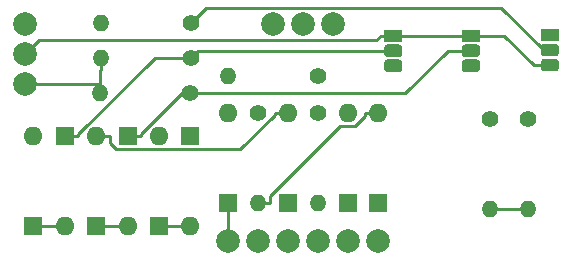
<source format=gbr>
G04 #@! TF.GenerationSoftware,KiCad,Pcbnew,(5.0.0)*
G04 #@! TF.CreationDate,2019-08-04T21:13:50+01:00*
G04 #@! TF.ProjectId,LS15,4C5331352E6B696361645F7063620000,rev?*
G04 #@! TF.SameCoordinates,Original*
G04 #@! TF.FileFunction,Copper,L1,Top,Signal*
G04 #@! TF.FilePolarity,Positive*
%FSLAX46Y46*%
G04 Gerber Fmt 4.6, Leading zero omitted, Abs format (unit mm)*
G04 Created by KiCad (PCBNEW (5.0.0)) date 08/04/19 21:13:50*
%MOMM*%
%LPD*%
G01*
G04 APERTURE LIST*
G04 #@! TA.AperFunction,ComponentPad*
%ADD10C,2.000000*%
G04 #@! TD*
G04 #@! TA.AperFunction,ComponentPad*
%ADD11R,1.600000X1.600000*%
G04 #@! TD*
G04 #@! TA.AperFunction,ComponentPad*
%ADD12O,1.600000X1.600000*%
G04 #@! TD*
G04 #@! TA.AperFunction,ComponentPad*
%ADD13C,1.400000*%
G04 #@! TD*
G04 #@! TA.AperFunction,ComponentPad*
%ADD14O,1.400000X1.400000*%
G04 #@! TD*
G04 #@! TA.AperFunction,ComponentPad*
%ADD15R,1.500000X1.050000*%
G04 #@! TD*
G04 #@! TA.AperFunction,Conductor*
%ADD16C,0.100000*%
G04 #@! TD*
G04 #@! TA.AperFunction,ComponentPad*
%ADD17C,1.050000*%
G04 #@! TD*
G04 #@! TA.AperFunction,Conductor*
%ADD18C,0.250000*%
G04 #@! TD*
G04 APERTURE END LIST*
D10*
G04 #@! TO.P,J1,13*
G04 #@! TO.N,13*
X145998000Y-61225500D03*
G04 #@! TO.P,J1,12*
G04 #@! TO.N,12*
X143458000Y-61225500D03*
G04 #@! TO.P,J1,11*
G04 #@! TO.N,11*
X140918000Y-61225500D03*
G04 #@! TO.P,J1,6*
G04 #@! TO.N,6*
X149808000Y-79640500D03*
G04 #@! TO.P,J1,5*
G04 #@! TO.N,5*
X147268000Y-79640500D03*
G04 #@! TO.P,J1,4*
G04 #@! TO.N,N/C*
X144728000Y-79640500D03*
G04 #@! TO.P,J1,3*
G04 #@! TO.N,3*
X142188000Y-79640500D03*
G04 #@! TO.P,J1,2*
G04 #@! TO.N,N/C*
X139648000Y-79640500D03*
G04 #@! TO.P,J1,1*
G04 #@! TO.N,1*
X137108000Y-79640500D03*
G04 #@! TO.P,J1,23*
G04 #@! TO.N,-6v*
X119963000Y-66305500D03*
G04 #@! TO.P,J1,22*
G04 #@! TO.N,0v*
X119963000Y-63765500D03*
G04 #@! TO.P,J1,21*
G04 #@! TO.N,+6v*
X119963000Y-61225500D03*
G04 #@! TD*
D11*
G04 #@! TO.P,D1,1*
G04 #@! TO.N,1*
X137109000Y-76428600D03*
D12*
G04 #@! TO.P,D1,2*
G04 #@! TO.N,Net-(D1-Pad2)*
X137109000Y-68808600D03*
G04 #@! TD*
D11*
G04 #@! TO.P,D3,1*
G04 #@! TO.N,3*
X142189000Y-76428600D03*
D12*
G04 #@! TO.P,D3,2*
G04 #@! TO.N,Net-(D3-Pad2)*
X142189000Y-68808600D03*
G04 #@! TD*
D11*
G04 #@! TO.P,D4,1*
G04 #@! TO.N,5*
X147269000Y-76428600D03*
D12*
G04 #@! TO.P,D4,2*
G04 #@! TO.N,Net-(D3-Pad2)*
X147269000Y-68808600D03*
G04 #@! TD*
D11*
G04 #@! TO.P,D5,1*
G04 #@! TO.N,6*
X149809000Y-76428600D03*
D12*
G04 #@! TO.P,D5,2*
G04 #@! TO.N,Net-(D11-Pad2)*
X149809000Y-68808600D03*
G04 #@! TD*
D11*
G04 #@! TO.P,D7,1*
G04 #@! TO.N,Net-(D7-Pad1)*
X120625000Y-78359000D03*
D12*
G04 #@! TO.P,D7,2*
G04 #@! TO.N,Net-(D1-Pad2)*
X120625000Y-70739000D03*
G04 #@! TD*
D11*
G04 #@! TO.P,D8,1*
G04 #@! TO.N,Net-(D8-Pad1)*
X123292000Y-70739000D03*
D12*
G04 #@! TO.P,D8,2*
G04 #@! TO.N,Net-(D7-Pad1)*
X123292000Y-78359000D03*
G04 #@! TD*
D11*
G04 #@! TO.P,D9,1*
G04 #@! TO.N,Net-(D10-Pad2)*
X125959000Y-78359000D03*
D12*
G04 #@! TO.P,D9,2*
G04 #@! TO.N,Net-(D3-Pad2)*
X125959000Y-70739000D03*
G04 #@! TD*
D11*
G04 #@! TO.P,D10,1*
G04 #@! TO.N,Net-(D10-Pad1)*
X128626000Y-70739000D03*
D12*
G04 #@! TO.P,D10,2*
G04 #@! TO.N,Net-(D10-Pad2)*
X128626000Y-78359000D03*
G04 #@! TD*
D11*
G04 #@! TO.P,D11,1*
G04 #@! TO.N,Net-(D11-Pad1)*
X131267000Y-78359000D03*
D12*
G04 #@! TO.P,D11,2*
G04 #@! TO.N,Net-(D11-Pad2)*
X131267000Y-70739000D03*
G04 #@! TD*
D11*
G04 #@! TO.P,D12,1*
G04 #@! TO.N,Net-(D12-Pad1)*
X133922000Y-70739000D03*
D12*
G04 #@! TO.P,D12,2*
G04 #@! TO.N,Net-(D11-Pad1)*
X133922000Y-78359000D03*
G04 #@! TD*
D13*
G04 #@! TO.P,R1,1*
G04 #@! TO.N,+6v*
X144729000Y-65709800D03*
D14*
G04 #@! TO.P,R1,2*
G04 #@! TO.N,Net-(D1-Pad2)*
X137109000Y-65709800D03*
G04 #@! TD*
D13*
G04 #@! TO.P,R2,1*
G04 #@! TO.N,Net-(D8-Pad1)*
X133960000Y-64109600D03*
D14*
G04 #@! TO.P,R2,2*
G04 #@! TO.N,-6v*
X126340000Y-64109600D03*
G04 #@! TD*
D13*
G04 #@! TO.P,R3,1*
G04 #@! TO.N,11*
X162535000Y-69316600D03*
D14*
G04 #@! TO.P,R3,2*
G04 #@! TO.N,+6v*
X162535000Y-76936600D03*
G04 #@! TD*
D13*
G04 #@! TO.P,R4,1*
G04 #@! TO.N,+6v*
X144729000Y-68808600D03*
D14*
G04 #@! TO.P,R4,2*
G04 #@! TO.N,Net-(D3-Pad2)*
X144729000Y-76428600D03*
G04 #@! TD*
D13*
G04 #@! TO.P,R5,1*
G04 #@! TO.N,Net-(D10-Pad1)*
X133934000Y-67132200D03*
D14*
G04 #@! TO.P,R5,2*
G04 #@! TO.N,-6v*
X126314000Y-67132200D03*
G04 #@! TD*
D15*
G04 #@! TO.P,VT2,3*
G04 #@! TO.N,0v*
X157683000Y-62255400D03*
D16*
G04 #@! TD*
G04 #@! TO.N,12*
G04 #@! TO.C,VT2*
G36*
X158196229Y-64271664D02*
X158221711Y-64275444D01*
X158246700Y-64281703D01*
X158270954Y-64290382D01*
X158294242Y-64301396D01*
X158316337Y-64314639D01*
X158337028Y-64329985D01*
X158356116Y-64347284D01*
X158373415Y-64366372D01*
X158388761Y-64387063D01*
X158402004Y-64409158D01*
X158413018Y-64432446D01*
X158421697Y-64456700D01*
X158427956Y-64481689D01*
X158431736Y-64507171D01*
X158433000Y-64532900D01*
X158433000Y-65057900D01*
X158431736Y-65083629D01*
X158427956Y-65109111D01*
X158421697Y-65134100D01*
X158413018Y-65158354D01*
X158402004Y-65181642D01*
X158388761Y-65203737D01*
X158373415Y-65224428D01*
X158356116Y-65243516D01*
X158337028Y-65260815D01*
X158316337Y-65276161D01*
X158294242Y-65289404D01*
X158270954Y-65300418D01*
X158246700Y-65309097D01*
X158221711Y-65315356D01*
X158196229Y-65319136D01*
X158170500Y-65320400D01*
X157195500Y-65320400D01*
X157169771Y-65319136D01*
X157144289Y-65315356D01*
X157119300Y-65309097D01*
X157095046Y-65300418D01*
X157071758Y-65289404D01*
X157049663Y-65276161D01*
X157028972Y-65260815D01*
X157009884Y-65243516D01*
X156992585Y-65224428D01*
X156977239Y-65203737D01*
X156963996Y-65181642D01*
X156952982Y-65158354D01*
X156944303Y-65134100D01*
X156938044Y-65109111D01*
X156934264Y-65083629D01*
X156933000Y-65057900D01*
X156933000Y-64532900D01*
X156934264Y-64507171D01*
X156938044Y-64481689D01*
X156944303Y-64456700D01*
X156952982Y-64432446D01*
X156963996Y-64409158D01*
X156977239Y-64387063D01*
X156992585Y-64366372D01*
X157009884Y-64347284D01*
X157028972Y-64329985D01*
X157049663Y-64314639D01*
X157071758Y-64301396D01*
X157095046Y-64290382D01*
X157119300Y-64281703D01*
X157144289Y-64275444D01*
X157169771Y-64271664D01*
X157195500Y-64270400D01*
X158170500Y-64270400D01*
X158196229Y-64271664D01*
X158196229Y-64271664D01*
G37*
D17*
G04 #@! TO.P,VT2,1*
G04 #@! TO.N,12*
X157683000Y-64795400D03*
D16*
G04 #@! TD*
G04 #@! TO.N,Net-(D10-Pad1)*
G04 #@! TO.C,VT2*
G36*
X158196229Y-63001664D02*
X158221711Y-63005444D01*
X158246700Y-63011703D01*
X158270954Y-63020382D01*
X158294242Y-63031396D01*
X158316337Y-63044639D01*
X158337028Y-63059985D01*
X158356116Y-63077284D01*
X158373415Y-63096372D01*
X158388761Y-63117063D01*
X158402004Y-63139158D01*
X158413018Y-63162446D01*
X158421697Y-63186700D01*
X158427956Y-63211689D01*
X158431736Y-63237171D01*
X158433000Y-63262900D01*
X158433000Y-63787900D01*
X158431736Y-63813629D01*
X158427956Y-63839111D01*
X158421697Y-63864100D01*
X158413018Y-63888354D01*
X158402004Y-63911642D01*
X158388761Y-63933737D01*
X158373415Y-63954428D01*
X158356116Y-63973516D01*
X158337028Y-63990815D01*
X158316337Y-64006161D01*
X158294242Y-64019404D01*
X158270954Y-64030418D01*
X158246700Y-64039097D01*
X158221711Y-64045356D01*
X158196229Y-64049136D01*
X158170500Y-64050400D01*
X157195500Y-64050400D01*
X157169771Y-64049136D01*
X157144289Y-64045356D01*
X157119300Y-64039097D01*
X157095046Y-64030418D01*
X157071758Y-64019404D01*
X157049663Y-64006161D01*
X157028972Y-63990815D01*
X157009884Y-63973516D01*
X156992585Y-63954428D01*
X156977239Y-63933737D01*
X156963996Y-63911642D01*
X156952982Y-63888354D01*
X156944303Y-63864100D01*
X156938044Y-63839111D01*
X156934264Y-63813629D01*
X156933000Y-63787900D01*
X156933000Y-63262900D01*
X156934264Y-63237171D01*
X156938044Y-63211689D01*
X156944303Y-63186700D01*
X156952982Y-63162446D01*
X156963996Y-63139158D01*
X156977239Y-63117063D01*
X156992585Y-63096372D01*
X157009884Y-63077284D01*
X157028972Y-63059985D01*
X157049663Y-63044639D01*
X157071758Y-63031396D01*
X157095046Y-63020382D01*
X157119300Y-63011703D01*
X157144289Y-63005444D01*
X157169771Y-63001664D01*
X157195500Y-63000400D01*
X158170500Y-63000400D01*
X158196229Y-63001664D01*
X158196229Y-63001664D01*
G37*
D17*
G04 #@! TO.P,VT2,2*
G04 #@! TO.N,Net-(D10-Pad1)*
X157683000Y-63525400D03*
G04 #@! TD*
D14*
G04 #@! TO.P,R6,2*
G04 #@! TO.N,Net-(D11-Pad2)*
X139649000Y-76428600D03*
D13*
G04 #@! TO.P,R6,1*
G04 #@! TO.N,+6v*
X139649000Y-68808600D03*
G04 #@! TD*
D14*
G04 #@! TO.P,R7,2*
G04 #@! TO.N,-6v*
X126340000Y-61163200D03*
D13*
G04 #@! TO.P,R7,1*
G04 #@! TO.N,Net-(D12-Pad1)*
X133960000Y-61163200D03*
G04 #@! TD*
G04 #@! TO.P,R8,1*
G04 #@! TO.N,13*
X159309000Y-69316600D03*
D14*
G04 #@! TO.P,R8,2*
G04 #@! TO.N,+6v*
X159309000Y-76936600D03*
G04 #@! TD*
D16*
G04 #@! TO.N,Net-(D8-Pad1)*
G04 #@! TO.C,VT1*
G36*
X151618229Y-63001664D02*
X151643711Y-63005444D01*
X151668700Y-63011703D01*
X151692954Y-63020382D01*
X151716242Y-63031396D01*
X151738337Y-63044639D01*
X151759028Y-63059985D01*
X151778116Y-63077284D01*
X151795415Y-63096372D01*
X151810761Y-63117063D01*
X151824004Y-63139158D01*
X151835018Y-63162446D01*
X151843697Y-63186700D01*
X151849956Y-63211689D01*
X151853736Y-63237171D01*
X151855000Y-63262900D01*
X151855000Y-63787900D01*
X151853736Y-63813629D01*
X151849956Y-63839111D01*
X151843697Y-63864100D01*
X151835018Y-63888354D01*
X151824004Y-63911642D01*
X151810761Y-63933737D01*
X151795415Y-63954428D01*
X151778116Y-63973516D01*
X151759028Y-63990815D01*
X151738337Y-64006161D01*
X151716242Y-64019404D01*
X151692954Y-64030418D01*
X151668700Y-64039097D01*
X151643711Y-64045356D01*
X151618229Y-64049136D01*
X151592500Y-64050400D01*
X150617500Y-64050400D01*
X150591771Y-64049136D01*
X150566289Y-64045356D01*
X150541300Y-64039097D01*
X150517046Y-64030418D01*
X150493758Y-64019404D01*
X150471663Y-64006161D01*
X150450972Y-63990815D01*
X150431884Y-63973516D01*
X150414585Y-63954428D01*
X150399239Y-63933737D01*
X150385996Y-63911642D01*
X150374982Y-63888354D01*
X150366303Y-63864100D01*
X150360044Y-63839111D01*
X150356264Y-63813629D01*
X150355000Y-63787900D01*
X150355000Y-63262900D01*
X150356264Y-63237171D01*
X150360044Y-63211689D01*
X150366303Y-63186700D01*
X150374982Y-63162446D01*
X150385996Y-63139158D01*
X150399239Y-63117063D01*
X150414585Y-63096372D01*
X150431884Y-63077284D01*
X150450972Y-63059985D01*
X150471663Y-63044639D01*
X150493758Y-63031396D01*
X150517046Y-63020382D01*
X150541300Y-63011703D01*
X150566289Y-63005444D01*
X150591771Y-63001664D01*
X150617500Y-63000400D01*
X151592500Y-63000400D01*
X151618229Y-63001664D01*
X151618229Y-63001664D01*
G37*
D17*
G04 #@! TD*
G04 #@! TO.P,VT1,2*
G04 #@! TO.N,Net-(D8-Pad1)*
X151105000Y-63525400D03*
D16*
G04 #@! TO.N,11*
G04 #@! TO.C,VT1*
G36*
X151618229Y-64271664D02*
X151643711Y-64275444D01*
X151668700Y-64281703D01*
X151692954Y-64290382D01*
X151716242Y-64301396D01*
X151738337Y-64314639D01*
X151759028Y-64329985D01*
X151778116Y-64347284D01*
X151795415Y-64366372D01*
X151810761Y-64387063D01*
X151824004Y-64409158D01*
X151835018Y-64432446D01*
X151843697Y-64456700D01*
X151849956Y-64481689D01*
X151853736Y-64507171D01*
X151855000Y-64532900D01*
X151855000Y-65057900D01*
X151853736Y-65083629D01*
X151849956Y-65109111D01*
X151843697Y-65134100D01*
X151835018Y-65158354D01*
X151824004Y-65181642D01*
X151810761Y-65203737D01*
X151795415Y-65224428D01*
X151778116Y-65243516D01*
X151759028Y-65260815D01*
X151738337Y-65276161D01*
X151716242Y-65289404D01*
X151692954Y-65300418D01*
X151668700Y-65309097D01*
X151643711Y-65315356D01*
X151618229Y-65319136D01*
X151592500Y-65320400D01*
X150617500Y-65320400D01*
X150591771Y-65319136D01*
X150566289Y-65315356D01*
X150541300Y-65309097D01*
X150517046Y-65300418D01*
X150493758Y-65289404D01*
X150471663Y-65276161D01*
X150450972Y-65260815D01*
X150431884Y-65243516D01*
X150414585Y-65224428D01*
X150399239Y-65203737D01*
X150385996Y-65181642D01*
X150374982Y-65158354D01*
X150366303Y-65134100D01*
X150360044Y-65109111D01*
X150356264Y-65083629D01*
X150355000Y-65057900D01*
X150355000Y-64532900D01*
X150356264Y-64507171D01*
X150360044Y-64481689D01*
X150366303Y-64456700D01*
X150374982Y-64432446D01*
X150385996Y-64409158D01*
X150399239Y-64387063D01*
X150414585Y-64366372D01*
X150431884Y-64347284D01*
X150450972Y-64329985D01*
X150471663Y-64314639D01*
X150493758Y-64301396D01*
X150517046Y-64290382D01*
X150541300Y-64281703D01*
X150566289Y-64275444D01*
X150591771Y-64271664D01*
X150617500Y-64270400D01*
X151592500Y-64270400D01*
X151618229Y-64271664D01*
X151618229Y-64271664D01*
G37*
D17*
G04 #@! TD*
G04 #@! TO.P,VT1,1*
G04 #@! TO.N,11*
X151105000Y-64795400D03*
D15*
G04 #@! TO.P,VT1,3*
G04 #@! TO.N,0v*
X151105000Y-62255400D03*
G04 #@! TD*
D16*
G04 #@! TO.N,Net-(D12-Pad1)*
G04 #@! TO.C,VT3*
G36*
X164876229Y-62950864D02*
X164901711Y-62954644D01*
X164926700Y-62960903D01*
X164950954Y-62969582D01*
X164974242Y-62980596D01*
X164996337Y-62993839D01*
X165017028Y-63009185D01*
X165036116Y-63026484D01*
X165053415Y-63045572D01*
X165068761Y-63066263D01*
X165082004Y-63088358D01*
X165093018Y-63111646D01*
X165101697Y-63135900D01*
X165107956Y-63160889D01*
X165111736Y-63186371D01*
X165113000Y-63212100D01*
X165113000Y-63737100D01*
X165111736Y-63762829D01*
X165107956Y-63788311D01*
X165101697Y-63813300D01*
X165093018Y-63837554D01*
X165082004Y-63860842D01*
X165068761Y-63882937D01*
X165053415Y-63903628D01*
X165036116Y-63922716D01*
X165017028Y-63940015D01*
X164996337Y-63955361D01*
X164974242Y-63968604D01*
X164950954Y-63979618D01*
X164926700Y-63988297D01*
X164901711Y-63994556D01*
X164876229Y-63998336D01*
X164850500Y-63999600D01*
X163875500Y-63999600D01*
X163849771Y-63998336D01*
X163824289Y-63994556D01*
X163799300Y-63988297D01*
X163775046Y-63979618D01*
X163751758Y-63968604D01*
X163729663Y-63955361D01*
X163708972Y-63940015D01*
X163689884Y-63922716D01*
X163672585Y-63903628D01*
X163657239Y-63882937D01*
X163643996Y-63860842D01*
X163632982Y-63837554D01*
X163624303Y-63813300D01*
X163618044Y-63788311D01*
X163614264Y-63762829D01*
X163613000Y-63737100D01*
X163613000Y-63212100D01*
X163614264Y-63186371D01*
X163618044Y-63160889D01*
X163624303Y-63135900D01*
X163632982Y-63111646D01*
X163643996Y-63088358D01*
X163657239Y-63066263D01*
X163672585Y-63045572D01*
X163689884Y-63026484D01*
X163708972Y-63009185D01*
X163729663Y-62993839D01*
X163751758Y-62980596D01*
X163775046Y-62969582D01*
X163799300Y-62960903D01*
X163824289Y-62954644D01*
X163849771Y-62950864D01*
X163875500Y-62949600D01*
X164850500Y-62949600D01*
X164876229Y-62950864D01*
X164876229Y-62950864D01*
G37*
D17*
G04 #@! TD*
G04 #@! TO.P,VT3,2*
G04 #@! TO.N,Net-(D12-Pad1)*
X164363000Y-63474600D03*
D16*
G04 #@! TO.N,0v*
G04 #@! TO.C,VT3*
G36*
X164876229Y-64220864D02*
X164901711Y-64224644D01*
X164926700Y-64230903D01*
X164950954Y-64239582D01*
X164974242Y-64250596D01*
X164996337Y-64263839D01*
X165017028Y-64279185D01*
X165036116Y-64296484D01*
X165053415Y-64315572D01*
X165068761Y-64336263D01*
X165082004Y-64358358D01*
X165093018Y-64381646D01*
X165101697Y-64405900D01*
X165107956Y-64430889D01*
X165111736Y-64456371D01*
X165113000Y-64482100D01*
X165113000Y-65007100D01*
X165111736Y-65032829D01*
X165107956Y-65058311D01*
X165101697Y-65083300D01*
X165093018Y-65107554D01*
X165082004Y-65130842D01*
X165068761Y-65152937D01*
X165053415Y-65173628D01*
X165036116Y-65192716D01*
X165017028Y-65210015D01*
X164996337Y-65225361D01*
X164974242Y-65238604D01*
X164950954Y-65249618D01*
X164926700Y-65258297D01*
X164901711Y-65264556D01*
X164876229Y-65268336D01*
X164850500Y-65269600D01*
X163875500Y-65269600D01*
X163849771Y-65268336D01*
X163824289Y-65264556D01*
X163799300Y-65258297D01*
X163775046Y-65249618D01*
X163751758Y-65238604D01*
X163729663Y-65225361D01*
X163708972Y-65210015D01*
X163689884Y-65192716D01*
X163672585Y-65173628D01*
X163657239Y-65152937D01*
X163643996Y-65130842D01*
X163632982Y-65107554D01*
X163624303Y-65083300D01*
X163618044Y-65058311D01*
X163614264Y-65032829D01*
X163613000Y-65007100D01*
X163613000Y-64482100D01*
X163614264Y-64456371D01*
X163618044Y-64430889D01*
X163624303Y-64405900D01*
X163632982Y-64381646D01*
X163643996Y-64358358D01*
X163657239Y-64336263D01*
X163672585Y-64315572D01*
X163689884Y-64296484D01*
X163708972Y-64279185D01*
X163729663Y-64263839D01*
X163751758Y-64250596D01*
X163775046Y-64239582D01*
X163799300Y-64230903D01*
X163824289Y-64224644D01*
X163849771Y-64220864D01*
X163875500Y-64219600D01*
X164850500Y-64219600D01*
X164876229Y-64220864D01*
X164876229Y-64220864D01*
G37*
D17*
G04 #@! TD*
G04 #@! TO.P,VT3,3*
G04 #@! TO.N,0v*
X164363000Y-64744600D03*
D15*
G04 #@! TO.P,VT3,1*
G04 #@! TO.N,13*
X164363000Y-62204600D03*
G04 #@! TD*
D18*
G04 #@! TO.N,1*
X137109000Y-76428600D02*
X137109000Y-77553900D01*
X137109000Y-77553900D02*
X137108000Y-77554900D01*
X137108000Y-77554900D02*
X137108000Y-79640500D01*
G04 #@! TO.N,Net-(D3-Pad2)*
X125959000Y-70739000D02*
X127084300Y-70739000D01*
X142189000Y-68808600D02*
X141063700Y-68808600D01*
X141063700Y-68808600D02*
X141063700Y-68949300D01*
X141063700Y-68949300D02*
X138148700Y-71864300D01*
X138148700Y-71864300D02*
X127646900Y-71864300D01*
X127646900Y-71864300D02*
X127084300Y-71301700D01*
X127084300Y-71301700D02*
X127084300Y-70739000D01*
G04 #@! TO.N,Net-(D11-Pad2)*
X149809000Y-68808600D02*
X148683700Y-68808600D01*
X139649000Y-76428600D02*
X140674300Y-76428600D01*
X140674300Y-76428600D02*
X140674300Y-75867900D01*
X140674300Y-75867900D02*
X146608300Y-69933900D01*
X146608300Y-69933900D02*
X147839800Y-69933900D01*
X147839800Y-69933900D02*
X148683700Y-69090000D01*
X148683700Y-69090000D02*
X148683700Y-68808600D01*
G04 #@! TO.N,Net-(D7-Pad1)*
X123292000Y-78359000D02*
X120625000Y-78359000D01*
G04 #@! TO.N,Net-(D10-Pad1)*
X128626000Y-70739000D02*
X129751300Y-70739000D01*
X133934000Y-67132200D02*
X133217400Y-67132200D01*
X133217400Y-67132200D02*
X129751300Y-70598300D01*
X129751300Y-70598300D02*
X129751300Y-70739000D01*
X157683000Y-63525400D02*
X155706400Y-63525400D01*
X155706400Y-63525400D02*
X152099600Y-67132200D01*
X152099600Y-67132200D02*
X133934000Y-67132200D01*
G04 #@! TO.N,Net-(D10-Pad2)*
X128626000Y-78359000D02*
X125959000Y-78359000D01*
G04 #@! TO.N,Net-(D11-Pad1)*
X133922000Y-78359000D02*
X131267000Y-78359000D01*
G04 #@! TO.N,Net-(D12-Pad1)*
X164363000Y-63474600D02*
X164207300Y-63318900D01*
X164207300Y-63318900D02*
X164207300Y-63318800D01*
X164207300Y-63318800D02*
X163691800Y-63318800D01*
X163691800Y-63318800D02*
X160250800Y-59877800D01*
X160250800Y-59877800D02*
X135245400Y-59877800D01*
X135245400Y-59877800D02*
X133960000Y-61163200D01*
G04 #@! TO.N,+6v*
X159309000Y-76936600D02*
X162535000Y-76936600D01*
G04 #@! TO.N,0v*
X151105000Y-62255400D02*
X150029700Y-62255400D01*
X150029700Y-62255400D02*
X149648700Y-62636400D01*
X149648700Y-62636400D02*
X121092100Y-62636400D01*
X121092100Y-62636400D02*
X119963000Y-63765500D01*
X157683000Y-62255400D02*
X151105000Y-62255400D01*
X164363000Y-64744600D02*
X162995700Y-64744600D01*
X162995700Y-64744600D02*
X160506500Y-62255400D01*
X160506500Y-62255400D02*
X157683000Y-62255400D01*
G04 #@! TO.N,-6v*
X126314000Y-66305500D02*
X126314000Y-67132200D01*
X126340000Y-65134900D02*
X126314000Y-65160900D01*
X126314000Y-65160900D02*
X126314000Y-66305500D01*
X126314000Y-66305500D02*
X119963000Y-66305500D01*
X126340000Y-64109600D02*
X126340000Y-65134900D01*
G04 #@! TO.N,Net-(D8-Pad1)*
X123292000Y-70739000D02*
X124417300Y-70739000D01*
X133960000Y-64109600D02*
X130905900Y-64109600D01*
X130905900Y-64109600D02*
X124417300Y-70598200D01*
X124417300Y-70598200D02*
X124417300Y-70739000D01*
X151105000Y-63525400D02*
X134544200Y-63525400D01*
X134544200Y-63525400D02*
X133960000Y-64109600D01*
G04 #@! TD*
M02*

</source>
